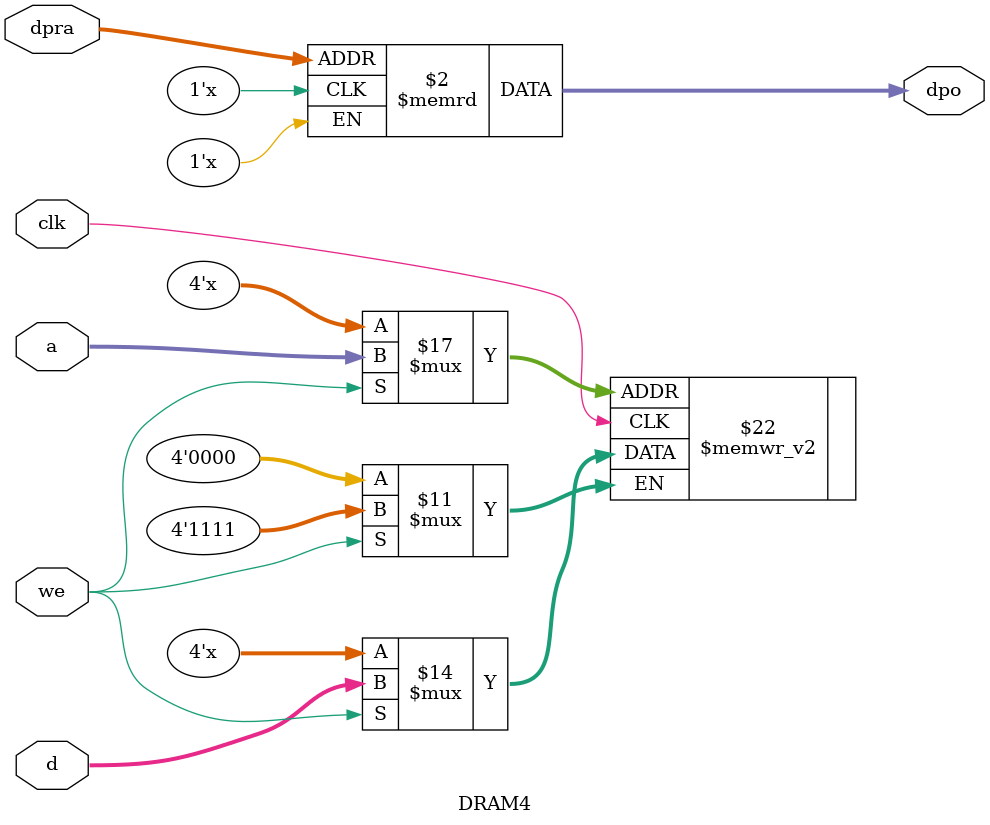
<source format=v>
module DRAM4 (
    input  [3:0] a,
    input  [3:0] d,
    input  [3:0] dpra,
    input        clk,
    input        we,
    output [3:0] dpo
);
    reg [3:0] mem [0:15];
    assign dpo = mem[dpra];
    always @(posedge clk) begin
        if (we)
            mem[a] <= d;
    end
endmodule

</source>
